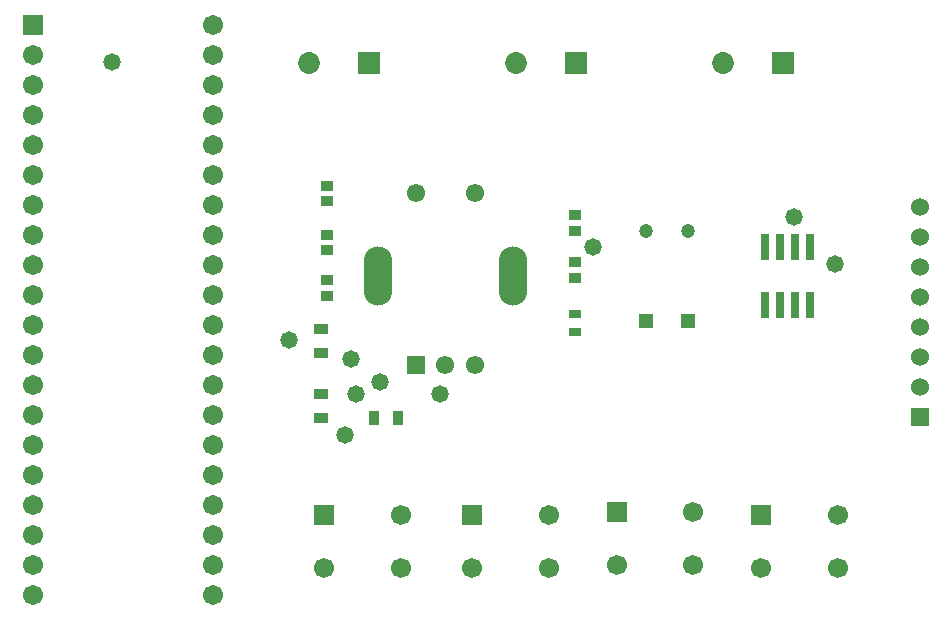
<source format=gbr>
%TF.GenerationSoftware,Altium Limited,Altium Designer,24.7.2 (38)*%
G04 Layer_Color=8388736*
%FSLAX45Y45*%
%MOMM*%
%TF.SameCoordinates,C0304756-74E1-48AD-9E84-610300F6E2F7*%
%TF.FilePolarity,Negative*%
%TF.FileFunction,Soldermask,Top*%
%TF.Part,Single*%
G01*
G75*
%TA.AperFunction,SMDPad,CuDef*%
%ADD10R,1.20620X0.95620*%
%ADD12R,0.95620X1.20620*%
%ADD14R,1.00000X0.75000*%
%TA.AperFunction,ComponentPad*%
%ADD18R,1.20000X1.20000*%
%ADD19C,1.20000*%
%ADD22C,1.55000*%
%ADD23R,1.55000X1.55000*%
G04:AMPARAMS|DCode=24|XSize=2.4mm|YSize=5mm|CornerRadius=1.2mm|HoleSize=0mm|Usage=FLASHONLY|Rotation=0.000|XOffset=0mm|YOffset=0mm|HoleType=Round|Shape=RoundedRectangle|*
%AMROUNDEDRECTD24*
21,1,2.40000,2.60000,0,0,0.0*
21,1,0.00000,5.00000,0,0,0.0*
1,1,2.40000,0.00000,-1.30000*
1,1,2.40000,0.00000,-1.30000*
1,1,2.40000,0.00000,1.30000*
1,1,2.40000,0.00000,1.30000*
%
%ADD24ROUNDEDRECTD24*%
%TA.AperFunction,SMDPad,CuDef*%
%ADD37R,1.05320X0.95320*%
%ADD38R,0.76200X2.18440*%
%TA.AperFunction,ComponentPad*%
%ADD39C,1.70120*%
%ADD40R,1.70120X1.70120*%
%ADD41C,1.85320*%
%ADD42R,1.85320X1.85320*%
%ADD43R,1.52400X1.52400*%
%ADD44C,1.71120*%
%ADD45R,1.71120X1.71120*%
%ADD46C,1.52400*%
%TA.AperFunction,ViaPad*%
%ADD47C,1.47320*%
D10*
X-2349998Y-852498D02*
D03*
Y-647500D02*
D03*
Y-302502D02*
D03*
Y-97498D02*
D03*
D12*
X-1697497Y-849999D02*
D03*
X-1902501D02*
D03*
D14*
X-200000Y-125001D02*
D03*
Y25001D02*
D03*
D18*
X750001Y-31301D02*
D03*
X399999D02*
D03*
D19*
X750001Y731299D02*
D03*
X399999D02*
D03*
D22*
X-1549999Y1049998D02*
D03*
X-1050000D02*
D03*
Y-400002D02*
D03*
X-1299997D02*
D03*
D23*
X-1549999D02*
D03*
D24*
X-1869999Y349999D02*
D03*
X-730001D02*
D03*
D37*
X-2300000Y700001D02*
D03*
Y569999D02*
D03*
Y1115001D02*
D03*
Y984999D02*
D03*
Y314998D02*
D03*
Y185001D02*
D03*
X-200000Y735002D02*
D03*
Y864999D02*
D03*
Y335003D02*
D03*
Y465000D02*
D03*
D38*
X1409502Y596379D02*
D03*
X1536502D02*
D03*
X1663502D02*
D03*
X1790502D02*
D03*
Y103619D02*
D03*
X1663502D02*
D03*
X1536502D02*
D03*
X1409502D02*
D03*
D39*
X2025000Y-1675001D02*
D03*
Y-2125002D02*
D03*
X1374999D02*
D03*
X-1674998Y-1675001D02*
D03*
Y-2125002D02*
D03*
X-2324999D02*
D03*
X799998Y-1650002D02*
D03*
Y-2099999D02*
D03*
X149997D02*
D03*
X-425003Y-1675001D02*
D03*
Y-2125002D02*
D03*
X-1074999D02*
D03*
D40*
X1374999Y-1675001D02*
D03*
X-2324999D02*
D03*
X149997Y-1650002D02*
D03*
X-1074999Y-1675001D02*
D03*
D41*
X-2454001Y2150001D02*
D03*
X-699999D02*
D03*
X1050000D02*
D03*
D42*
X-1946001D02*
D03*
X-191999D02*
D03*
X1558000D02*
D03*
D43*
X2716002Y-839503D02*
D03*
D44*
X-3269899Y2220399D02*
D03*
X-4793899Y-2097601D02*
D03*
Y2220399D02*
D03*
Y1966399D02*
D03*
Y1712399D02*
D03*
Y1458399D02*
D03*
Y1204399D02*
D03*
Y950399D02*
D03*
Y696399D02*
D03*
Y442399D02*
D03*
Y188399D02*
D03*
Y-65601D02*
D03*
Y-319601D02*
D03*
Y-573601D02*
D03*
Y-827601D02*
D03*
Y-1081601D02*
D03*
Y-1335601D02*
D03*
Y-1589601D02*
D03*
Y-1843601D02*
D03*
Y-2351601D02*
D03*
X-3269899D02*
D03*
Y-2097601D02*
D03*
Y-1843601D02*
D03*
Y-1589601D02*
D03*
Y-1335601D02*
D03*
Y-1081601D02*
D03*
Y-827601D02*
D03*
Y-573601D02*
D03*
Y-319601D02*
D03*
Y-65601D02*
D03*
Y188399D02*
D03*
Y442399D02*
D03*
Y696399D02*
D03*
Y950399D02*
D03*
Y1204399D02*
D03*
Y1458399D02*
D03*
Y1712399D02*
D03*
Y1966399D02*
D03*
Y2474399D02*
D03*
D45*
X-4793899D02*
D03*
D46*
X2716002Y-77503D02*
D03*
Y-331503D02*
D03*
Y-585503D02*
D03*
Y176497D02*
D03*
Y430497D02*
D03*
Y938497D02*
D03*
Y684497D02*
D03*
D47*
X-2100000Y-350000D02*
D03*
X-2150000Y-1000000D02*
D03*
X-1850000Y-550000D02*
D03*
X-1350000Y-650000D02*
D03*
X-50000Y600000D02*
D03*
X1650000Y850000D02*
D03*
X2000000Y450000D02*
D03*
X-4123380Y2166160D02*
D03*
X-2627320Y-193500D02*
D03*
X-2058360Y-647500D02*
D03*
%TF.MD5,d56aa4890ba26a6041cb2eea4a1dd8fb*%
M02*

</source>
